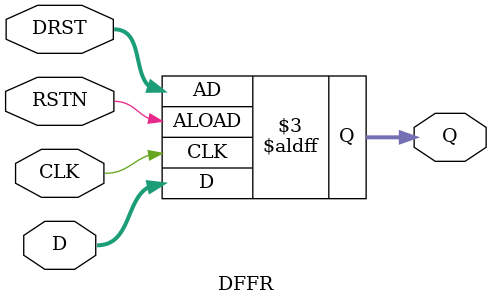
<source format=sv>
module DFFR #(
    parameter Width = 8
) (
    input wire CLK,
    input wire RSTN,
    input wire [Width-1:0] DRST,
    input wire [Width-1:0] D,
    output reg [Width-1:0] Q
);

  always @(posedge CLK or negedge RSTN) begin : dff
    if (~RSTN) begin
      Q <= DRST;
    end else begin
      Q <= D;
    end
  end

`ifndef SYNTHESIS

  DFFUncertainChecker #(
      .Width(Width)
  ) u_DFFUncertainChecker (
      .CLK(CLK),
      .EN (1'b1),
      .Q  (Q)
  );

`endif

endmodule

</source>
